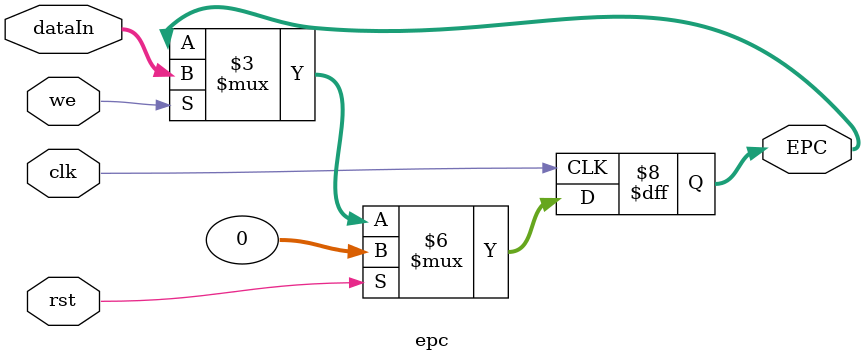
<source format=v>
module epc(clk, rst, we, dataIn, EPC);
    input clk, we, rst;
    parameter WIDTH = 32;

    input [WIDTH-1:0] dataIn;

    output reg [WIDTH-1:0] EPC;

    initial begin
        EPC = 32'h00000000;
    end

    always @(posedge clk) begin
        if (rst) EPC <= 32'h00000000;
        else if (we) EPC <= dataIn;
    end

endmodule
</source>
